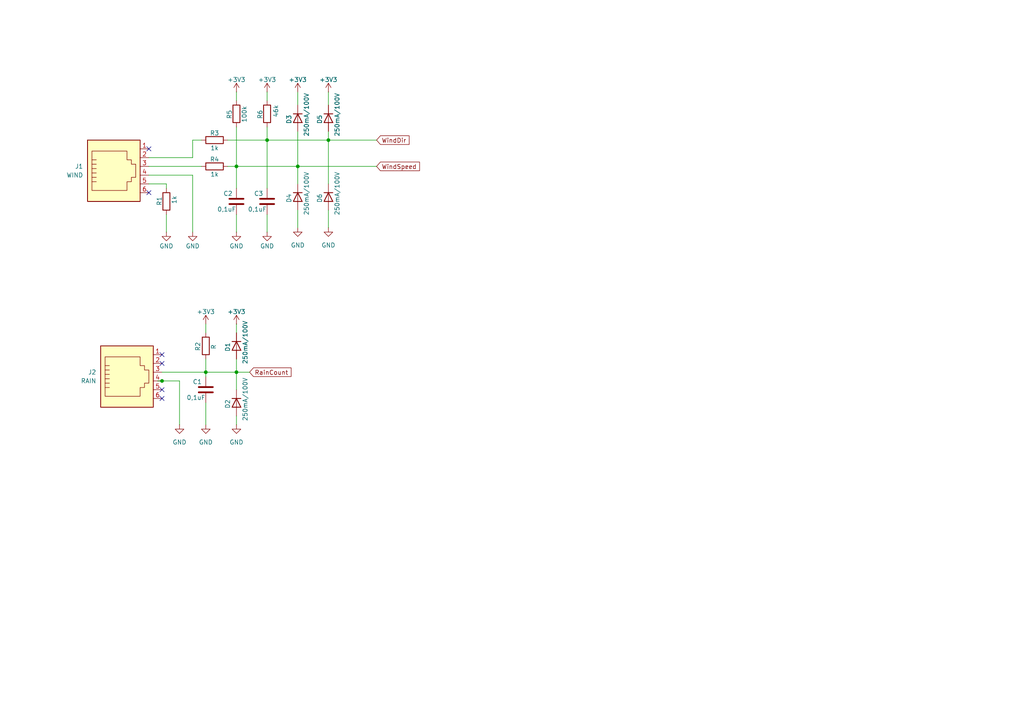
<source format=kicad_sch>
(kicad_sch (version 20250114) (generator "eeschema") (generator_version "9.0")
  (paper "A4")
  (lib_symbols
    (symbol "Connector:RJ12" (pin_names (offset 1.016))
      (property "Reference" "J" (at -5.08 11.43 0))
      (property "Value" "RJ12" (at 2.54 11.43 0))
      (symbol "RJ12_0_1"
        (polyline (pts (xy -6.35 3.175) (xy -5.08 3.175) (xy -5.08 3.175)))
        (polyline (pts (xy -6.35 1.905) (xy -5.08 1.905) (xy -5.08 1.905)))
        (polyline (pts (xy -6.35 0.635) (xy -5.08 0.635) (xy -5.08 0.635)))
        (polyline (pts (xy -6.35 -0.635) (xy -5.08 -0.635) (xy -5.08 -0.635)))
        (polyline (pts (xy -6.35 -1.905) (xy -5.08 -1.905) (xy -5.08 -1.905)))
        (polyline (pts (xy -6.35 -4.445) (xy -6.35 6.985) (xy 3.81 6.985) (xy 3.81 4.445) (xy 5.08 4.445) (xy 5.08 3.175) (xy 6.35 3.175) (xy 6.35 -0.635) (xy 5.08 -0.635) (xy 5.08 -1.905) (xy 3.81 -1.905) (xy 3.81 -4.445) (xy -6.35 -4.445) (xy -6.35 -4.445)))
        (polyline (pts (xy -5.08 4.445) (xy -6.35 4.445) (xy -6.35 4.445)))
        (rectangle (start 7.62 10.16) (end -7.62 -7.62) (stroke (width 0.254)) (fill (type background)))
      )
      (symbol "RJ12_1_1"
        (pin passive line (at 10.16 7.62 180) (length 2.54) (name "~") (number "6"))
        (pin passive line (at 10.16 5.08 180) (length 2.54) (name "~") (number "5"))
        (pin passive line (at 10.16 2.54 180) (length 2.54) (name "~") (number "4"))
        (pin passive line (at 10.16 0 180) (length 2.54) (name "~") (number "3"))
        (pin passive line (at 10.16 -2.54 180) (length 2.54) (name "~") (number "2"))
        (pin passive line (at 10.16 -5.08 180) (length 2.54) (name "~") (number "1"))
      )
    )
    (symbol "Device:C" (pin_numbers (hide yes)) (pin_names (offset 0.254))
      (property "Reference" "C" (at 0.635 2.54 0))
      (property "Value" "C" (at 0.635 -2.54 0))
      (symbol "C_0_1"
        (polyline (pts (xy -2.032 0.762) (xy 2.032 0.762)) (stroke (width 0.508)))
        (polyline (pts (xy -2.032 -0.762) (xy 2.032 -0.762)) (stroke (width 0.508)))
      )
      (symbol "C_1_1"
        (pin passive line (at 0 3.81 270) (length 2.794) (name "~") (number "1"))
        (pin passive line (at 0 -3.81 90) (length 2.794) (name "~") (number "2"))
      )
    )
    (symbol "Device:D" (pin_numbers (hide yes)) (pin_names (offset 1.016) (hide yes))
      (property "Reference" "D" (at 0 2.54 0))
      (property "Value" "D" (at 0 -2.54 0))
      (symbol "D_0_1"
        (polyline (pts (xy -1.27 1.27) (xy -1.27 -1.27)) (stroke (width 0.254)))
        (polyline (pts (xy 1.27 1.27) (xy 1.27 -1.27) (xy -1.27 0) (xy 1.27 1.27)) (stroke (width 0.254)))
        (polyline (pts (xy 1.27 0) (xy -1.27 0)))
      )
      (symbol "D_1_1"
        (pin passive line (at -3.81 0 0) (length 2.54) (name "K") (number "1"))
        (pin passive line (at 3.81 0 180) (length 2.54) (name "A") (number "2"))
      )
    )
    (symbol "Device:R" (pin_numbers (hide yes)) (pin_names (offset 0))
      (property "Reference" "R" (at 2.032 0 90))
      (property "Value" "R" (at 0 0 90))
      (symbol "R_0_1"
        (rectangle (start -1.016 -2.54) (end 1.016 2.54) (stroke (width 0.254)))
      )
      (symbol "R_1_1"
        (pin passive line (at 0 3.81 270) (length 1.27) (name "~") (number "1"))
        (pin passive line (at 0 -3.81 90) (length 1.27) (name "~") (number "2"))
      )
    )
    (symbol "power:+3V3" (power) (pin_numbers (hide yes)) (pin_names (offset 0) (hide yes))
      (property "Value" "+3V3" (at 0 3.556 0))
      (symbol "+3V3_0_1"
        (polyline (pts (xy -0.762 1.27) (xy 0 2.54)))
        (polyline (pts (xy 0 2.54) (xy 0.762 1.27)))
        (polyline (pts (xy 0 0) (xy 0 2.54)))
      )
      (symbol "+3V3_1_1"
        (pin power_in line (at 0 0 90) (length 0) (name "~") (number "1"))
      )
    )
    (symbol "power:GND" (power) (pin_numbers (hide yes)) (pin_names (offset 0) (hide yes))
      (property "Value" "GND" (at 0 -3.81 0))
      (symbol "GND_0_1"
        (polyline (pts (xy 0 0) (xy 0 -1.27) (xy 1.27 -1.27) (xy 0 -2.54) (xy -1.27 -1.27) (xy 0 -1.27)))
      )
      (symbol "GND_1_1"
        (pin power_in line (at 0 0 270) (length 0) (name "~") (number "1"))
      )
    )
  )
  (junction (at 95.25 40.64))
  (junction (at 59.69 107.95))
  (junction (at 68.58 48.26))
  (junction (at 68.58 107.95))
  (junction (at 77.47 40.64))
  (junction (at 86.36 48.26))
  (junction (at 46.99 110.49))
  (no_connect (at 46.99 113.03))
  (no_connect (at 46.99 115.57))
  (no_connect (at 43.18 55.88))
  (no_connect (at 46.99 105.41))
  (no_connect (at 46.99 102.87))
  (no_connect (at 43.18 43.18))
  (wire (pts (xy 52.07 110.49) (xy 52.07 123.19)))
  (wire (pts (xy 68.58 48.26) (xy 68.58 54.61)))
  (wire (pts (xy 43.18 53.34) (xy 48.26 53.34)))
  (wire (pts (xy 55.88 45.72) (xy 55.88 40.64)))
  (wire (pts (xy 86.36 38.1) (xy 86.36 48.26)))
  (wire (pts (xy 66.04 48.26) (xy 68.58 48.26)))
  (wire (pts (xy 52.07 110.49) (xy 46.99 110.49)))
  (wire (pts (xy 68.58 26.67) (xy 68.58 29.21)))
  (wire (pts (xy 86.36 26.67) (xy 86.36 30.48)))
  (wire (pts (xy 77.47 40.64) (xy 77.47 54.61)))
  (wire (pts (xy 43.18 45.72) (xy 55.88 45.72)))
  (wire (pts (xy 59.69 107.95) (xy 68.58 107.95)))
  (wire (pts (xy 59.69 116.84) (xy 59.69 123.19)))
  (wire (pts (xy 77.47 40.64) (xy 77.47 36.83)))
  (wire (pts (xy 95.25 26.67) (xy 95.25 30.48)))
  (wire (pts (xy 77.47 26.67) (xy 77.47 29.21)))
  (wire (pts (xy 95.25 60.96) (xy 95.25 66.04)))
  (wire (pts (xy 59.69 109.22) (xy 59.69 107.95)))
  (wire (pts (xy 95.25 40.64) (xy 109.22 40.64)))
  (wire (pts (xy 68.58 36.83) (xy 68.58 48.26)))
  (wire (pts (xy 68.58 62.23) (xy 68.58 67.31)))
  (wire (pts (xy 66.04 40.64) (xy 77.47 40.64)))
  (wire (pts (xy 86.36 48.26) (xy 86.36 53.34)))
  (wire (pts (xy 77.47 62.23) (xy 77.47 67.31)))
  (wire (pts (xy 55.88 40.64) (xy 58.42 40.64)))
  (wire (pts (xy 45.72 110.49) (xy 46.99 110.49)))
  (wire (pts (xy 95.25 40.64) (xy 95.25 53.34)))
  (wire (pts (xy 68.58 107.95) (xy 68.58 113.03)))
  (wire (pts (xy 46.99 107.95) (xy 59.69 107.95)))
  (wire (pts (xy 68.58 107.95) (xy 72.39 107.95)))
  (wire (pts (xy 59.69 93.98) (xy 59.69 96.52)))
  (wire (pts (xy 48.26 53.34) (xy 48.26 54.61)))
  (wire (pts (xy 68.58 120.65) (xy 68.58 123.19)))
  (wire (pts (xy 86.36 60.96) (xy 86.36 66.04)))
  (wire (pts (xy 77.47 40.64) (xy 95.25 40.64)))
  (wire (pts (xy 55.88 50.8) (xy 43.18 50.8)))
  (wire (pts (xy 86.36 48.26) (xy 109.22 48.26)))
  (wire (pts (xy 48.26 62.23) (xy 48.26 67.31)))
  (wire (pts (xy 59.69 107.95) (xy 59.69 104.14)))
  (wire (pts (xy 95.25 38.1) (xy 95.25 40.64)))
  (wire (pts (xy 68.58 104.14) (xy 68.58 107.95)))
  (wire (pts (xy 55.88 50.8) (xy 55.88 67.31)))
  (wire (pts (xy 43.18 48.26) (xy 58.42 48.26)))
  (wire (pts (xy 68.58 93.98) (xy 68.58 96.52)))
  (wire (pts (xy 68.58 48.26) (xy 86.36 48.26)))
  (global_label "WindDir" (shape input) (at 109.22 40.64 0) (property "Intersheetrefs" "${INTERSHEET_REFS}" (effects (hide yes))))
  (global_label "RainCount" (shape input) (at 72.39 107.95 0) (property "Intersheetrefs" "${INTERSHEET_REFS}" (effects (hide yes))))
  (global_label "WindSpeed" (shape input) (at 109.22 48.26 0) (property "Intersheetrefs" "${INTERSHEET_REFS}" (effects (hide yes))))
  (symbol (lib_id "Device:C") (at 77.47 58.42 0) (unit 1)
    (property "Reference" "C3" (at 73.66 56.134 0) (effects (justify left)))
    (property "Value" "0,1uF" (at 71.882 60.706 0) (effects (justify left)))
    (property "Description" "Unpolarized capacitor" (effects (hide yes)))
  )
  (symbol (lib_id "power:GND") (at 59.69 123.19 0) (unit 1)
    (property "Reference" "#PWR05" (effects (hide yes)))
    (property "Value" "GND" (at 59.69 128.27 0))
    (property "Description" "Power symbol creates a global label with name \"GND\" , ground" (effects (hide yes)))
  )
  (symbol (lib_id "Device:C") (at 68.58 58.42 0) (unit 1)
    (property "Reference" "C2" (at 64.77 56.134 0) (effects (justify left)))
    (property "Value" "0,1uF" (at 62.992 60.706 0) (effects (justify left)))
    (property "Description" "Unpolarized capacitor" (effects (hide yes)))
  )
  (symbol (lib_id "power:+3V3") (at 59.69 93.98 0) (unit 1)
    (property "Reference" "#PWR04" (effects (hide yes)))
    (property "Value" "+3V3" (at 59.69 90.424 0))
    (property "Description" "Power symbol creates a global label with name \"+3V3\"" (effects (hide yes)))
  )
  (symbol (lib_id "power:+3V3") (at 95.25 26.67 0) (unit 1)
    (property "Reference" "#PWR014" (effects (hide yes)))
    (property "Value" "+3V3" (at 95.25 23.114 0))
    (property "Description" "Power symbol creates a global label with name \"+3V3\"" (effects (hide yes)))
  )
  (symbol (lib_id "Device:R") (at 62.23 48.26 90) (unit 1)
    (property "Reference" "R4" (at 62.23 46.228 90))
    (property "Value" "1k" (at 62.23 50.546 90))
    (property "Description" "Resistor" (effects (hide yes)))
  )
  (symbol (lib_id "Device:D") (at 86.36 34.29 270) (unit 1)
    (property "Reference" "D3" (at 83.82 33.274 0) (effects (justify left)))
    (property "Value" "250mA/100V" (at 88.9 26.924 0) (effects (justify left)))
    (property "Description" "Diode" (effects (hide yes)))
    (property "Sim.Device" "D" (effects (hide yes)))
    (property "Sim.Pins" "1=K 2=A" (effects (hide yes)))
  )
  (symbol (lib_id "Device:R") (at 68.58 33.02 180) (unit 1)
    (property "Reference" "R5" (at 66.548 34.544 90) (effects (justify right)))
    (property "Value" "100k" (at 70.866 35.56 90) (effects (justify right)))
    (property "Description" "Resistor" (effects (hide yes)))
  )
  (symbol (lib_id "power:GND") (at 95.25 66.04 0) (unit 1)
    (property "Reference" "#PWR015" (effects (hide yes)))
    (property "Value" "GND" (at 95.25 71.12 0))
    (property "Description" "Power symbol creates a global label with name \"GND\" , ground" (effects (hide yes)))
  )
  (symbol (lib_id "Device:R") (at 48.26 58.42 180) (unit 1)
    (property "Reference" "R1" (at 46.228 59.69 90) (effects (justify right)))
    (property "Value" "1k" (at 50.546 59.182 90) (effects (justify right)))
    (property "Description" "Resistor" (effects (hide yes)))
  )
  (symbol (lib_id "power:GND") (at 48.26 67.31 0) (unit 1)
    (property "Reference" "#PWR01" (effects (hide yes)))
    (property "Value" "GND" (at 48.26 71.374 0))
    (property "Description" "Power symbol creates a global label with name \"GND\" , ground" (effects (hide yes)))
  )
  (symbol (lib_id "Connector:RJ12") (at 36.83 107.95 0) (mirror x) (unit 1)
    (property "Reference" "J2" (at 27.94 107.9499 0) (effects (justify right)))
    (property "Value" "RAIN" (at 27.94 110.4899 0) (effects (justify right)))
    (property "Description" "RJ connector, 6P6C (6 positions 6 connected)" (effects (hide yes)))
  )
  (symbol (lib_id "power:GND") (at 55.88 67.31 0) (unit 1)
    (property "Reference" "#PWR03" (effects (hide yes)))
    (property "Value" "GND" (at 55.88 71.374 0))
    (property "Description" "Power symbol creates a global label with name \"GND\" , ground" (effects (hide yes)))
  )
  (symbol (lib_id "Device:D") (at 68.58 116.84 270) (unit 1)
    (property "Reference" "D2" (at 66.04 115.824 0) (effects (justify left)))
    (property "Value" "250mA/100V" (at 71.12 109.474 0) (effects (justify left)))
    (property "Description" "Diode" (effects (hide yes)))
    (property "Sim.Device" "D" (effects (hide yes)))
    (property "Sim.Pins" "1=K 2=A" (effects (hide yes)))
  )
  (symbol (lib_id "power:+3V3") (at 86.36 26.67 0) (unit 1)
    (property "Reference" "#PWR012" (effects (hide yes)))
    (property "Value" "+3V3" (at 86.36 23.114 0))
    (property "Description" "Power symbol creates a global label with name \"+3V3\"" (effects (hide yes)))
  )
  (symbol (lib_id "power:GND") (at 52.07 123.19 0) (unit 1)
    (property "Reference" "#PWR02" (effects (hide yes)))
    (property "Value" "GND" (at 52.07 128.27 0))
    (property "Description" "Power symbol creates a global label with name \"GND\" , ground" (effects (hide yes)))
  )
  (symbol (lib_id "Connector:RJ12") (at 33.02 48.26 0) (mirror x) (unit 1)
    (property "Reference" "J1" (at 24.13 48.2599 0) (effects (justify right)))
    (property "Value" "WIND" (at 24.13 50.7999 0) (effects (justify right)))
    (property "Description" "RJ connector, 6P6C (6 positions 6 connected)" (effects (hide yes)))
  )
  (symbol (lib_id "power:GND") (at 68.58 123.19 0) (unit 1)
    (property "Reference" "#PWR09" (effects (hide yes)))
    (property "Value" "GND" (at 68.58 128.27 0))
    (property "Description" "Power symbol creates a global label with name \"GND\" , ground" (effects (hide yes)))
  )
  (symbol (lib_id "Device:R") (at 62.23 40.64 90) (unit 1)
    (property "Reference" "R3" (at 62.23 38.608 90))
    (property "Value" "1k" (at 62.23 42.926 90))
    (property "Description" "Resistor" (effects (hide yes)))
  )
  (symbol (lib_id "Device:D") (at 86.36 57.15 270) (unit 1)
    (property "Reference" "D4" (at 83.82 56.134 0) (effects (justify left)))
    (property "Value" "250mA/100V" (at 88.9 49.784 0) (effects (justify left)))
    (property "Description" "Diode" (effects (hide yes)))
    (property "Sim.Device" "D" (effects (hide yes)))
    (property "Sim.Pins" "1=K 2=A" (effects (hide yes)))
  )
  (symbol (lib_id "Device:D") (at 68.58 100.33 270) (unit 1)
    (property "Reference" "D1" (at 66.04 99.314 0) (effects (justify left)))
    (property "Value" "250mA/100V" (at 71.12 92.964 0) (effects (justify left)))
    (property "Description" "Diode" (effects (hide yes)))
    (property "Sim.Device" "D" (effects (hide yes)))
    (property "Sim.Pins" "1=K 2=A" (effects (hide yes)))
  )
  (symbol (lib_id "Device:C") (at 59.69 113.03 0) (unit 1)
    (property "Reference" "C1" (at 55.88 110.744 0) (effects (justify left)))
    (property "Value" "0,1uF" (at 54.102 115.316 0) (effects (justify left)))
    (property "Description" "Unpolarized capacitor" (effects (hide yes)))
  )
  (symbol (lib_id "power:+3V3") (at 77.47 26.67 0) (unit 1)
    (property "Reference" "#PWR010" (effects (hide yes)))
    (property "Value" "+3V3" (at 77.47 23.114 0))
    (property "Description" "Power symbol creates a global label with name \"+3V3\"" (effects (hide yes)))
  )
  (symbol (lib_id "Device:R") (at 77.47 33.02 180) (unit 1)
    (property "Reference" "R6" (at 75.438 34.544 90) (effects (justify right)))
    (property "Value" "46k" (at 80.01 34.036 90) (effects (justify right)))
    (property "Description" "Resistor" (effects (hide yes)))
  )
  (symbol (lib_id "power:+3V3") (at 68.58 26.67 0) (unit 1)
    (property "Reference" "#PWR06" (effects (hide yes)))
    (property "Value" "+3V3" (at 68.58 23.114 0))
    (property "Description" "Power symbol creates a global label with name \"+3V3\"" (effects (hide yes)))
  )
  (symbol (lib_id "power:GND") (at 86.36 66.04 0) (unit 1)
    (property "Reference" "#PWR013" (effects (hide yes)))
    (property "Value" "GND" (at 86.36 71.12 0))
    (property "Description" "Power symbol creates a global label with name \"GND\" , ground" (effects (hide yes)))
  )
  (symbol (lib_id "Device:D") (at 95.25 57.15 270) (unit 1)
    (property "Reference" "D6" (at 92.71 56.134 0) (effects (justify left)))
    (property "Value" "250mA/100V" (at 97.79 49.784 0) (effects (justify left)))
    (property "Description" "Diode" (effects (hide yes)))
    (property "Sim.Device" "D" (effects (hide yes)))
    (property "Sim.Pins" "1=K 2=A" (effects (hide yes)))
  )
  (symbol (lib_id "power:GND") (at 77.47 67.31 0) (unit 1)
    (property "Reference" "#PWR011" (effects (hide yes)))
    (property "Value" "GND" (at 77.47 71.374 0))
    (property "Description" "Power symbol creates a global label with name \"GND\" , ground" (effects (hide yes)))
  )
  (symbol (lib_id "power:GND") (at 68.58 67.31 0) (unit 1)
    (property "Reference" "#PWR07" (effects (hide yes)))
    (property "Value" "GND" (at 68.58 71.374 0))
    (property "Description" "Power symbol creates a global label with name \"GND\" , ground" (effects (hide yes)))
  )
  (symbol (lib_id "Device:D") (at 95.25 34.29 270) (unit 1)
    (property "Reference" "D5" (at 92.71 33.274 0) (effects (justify left)))
    (property "Value" "250mA/100V" (at 97.79 26.924 0) (effects (justify left)))
    (property "Description" "Diode" (effects (hide yes)))
    (property "Sim.Device" "D" (effects (hide yes)))
    (property "Sim.Pins" "1=K 2=A" (effects (hide yes)))
  )
  (symbol (lib_id "Device:R") (at 59.69 100.33 180) (unit 1)
    (property "Reference" "R2" (at 57.404 101.854 90) (effects (justify right)))
    (property "Value" "R" (at 61.976 101.346 90) (effects (justify right)))
    (property "Description" "Resistor" (effects (hide yes)))
  )
  (symbol (lib_id "power:+3V3") (at 68.58 93.98 0) (unit 1)
    (property "Reference" "#PWR08" (effects (hide yes)))
    (property "Value" "+3V3" (at 68.58 90.424 0))
    (property "Description" "Power symbol creates a global label with name \"+3V3\"" (effects (hide yes)))
  )
)
</source>
